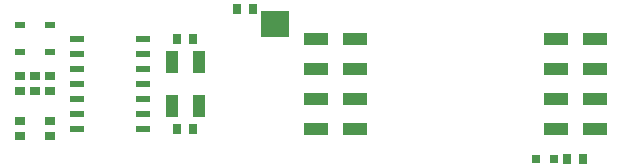
<source format=gbr>
G04 EAGLE Gerber RS-274X export*
G75*
%MOMM*%
%FSLAX34Y34*%
%LPD*%
%INSolderpaste Top*%
%IPPOS*%
%AMOC8*
5,1,8,0,0,1.08239X$1,22.5*%
G01*
%ADD10R,0.900000X0.700000*%
%ADD11R,0.700000X0.900000*%
%ADD12R,0.830000X0.630000*%
%ADD13R,1.100000X1.900000*%
%ADD14R,0.635000X1.270000*%
%ADD15R,2.438400X2.286000*%
%ADD16R,1.200000X0.600000*%
%ADD17R,2.000000X1.000000*%
%ADD18R,0.800000X0.800000*%


D10*
X88900Y82700D03*
X88900Y69700D03*
X101600Y82700D03*
X101600Y69700D03*
X76200Y82700D03*
X76200Y69700D03*
X76200Y44600D03*
X76200Y31600D03*
D11*
X260200Y139700D03*
X273200Y139700D03*
D12*
X101600Y102800D03*
X101600Y125800D03*
X76200Y102800D03*
X76200Y125800D03*
D10*
X101600Y44600D03*
X101600Y31600D03*
D13*
X227400Y57700D03*
X204400Y94700D03*
X204400Y57700D03*
X227400Y94700D03*
D11*
X209400Y114300D03*
X222400Y114300D03*
X209400Y38100D03*
X222400Y38100D03*
D14*
X287981Y127000D03*
X296219Y127000D03*
D15*
X292100Y127000D03*
D16*
X180400Y38100D03*
X180400Y50800D03*
X180400Y63500D03*
X180400Y76200D03*
X180400Y88900D03*
X180400Y101600D03*
X180400Y114300D03*
X124400Y114300D03*
X124400Y101600D03*
X124400Y88900D03*
X124400Y76200D03*
X124400Y63500D03*
X124400Y50800D03*
X124400Y38100D03*
D17*
X326400Y63500D03*
X326400Y114300D03*
X359400Y38100D03*
X359400Y88900D03*
X359400Y114300D03*
X326400Y88900D03*
X359400Y63500D03*
X326400Y38100D03*
X562600Y88900D03*
X562600Y38100D03*
X529600Y114300D03*
X529600Y63500D03*
X529600Y38100D03*
X562600Y63500D03*
X529600Y88900D03*
X562600Y114300D03*
D11*
X539600Y12700D03*
X552600Y12700D03*
D18*
X513200Y12700D03*
X528200Y12700D03*
M02*

</source>
